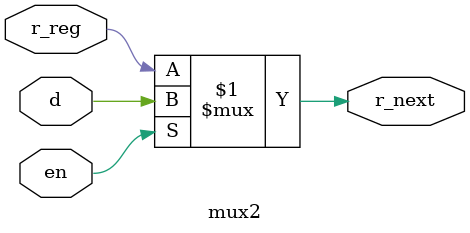
<source format=v>
`timescale 1ns / 1ps


module dff(clk, d, q);
input clk, d;
output reg q;
always @ (posedge clk)
begin
    q <= d;
end
endmodule

module dff2(clk, d, reset, q);
input clk, d, reset;
output reg q;
always @(posedge clk , reset)
begin
    if (reset)
        q <= 1'b0;
    else
        q <= d;
end
endmodule


module dff3(clk, d, reset, en, q);
input clk, d, reset, en;
output reg q;
always @ (posedge clk, reset)
begin
    if (reset)
        q <= 1'b0;
    else
    begin
        if (en)
            q <= d;
    end
end
endmodule


module dff4(clk, d, reset, en, q);
input clk, d, reset, en;
output reg q;
wire r_next, r_reg;
always @(posedge clk , reset)
begin
    if (reset)
        q <= 1'b0;
    else
        q <= r_next;
end
mux2 m1 (d, r_reg, en, r_next);
assign r_next = q;
endmodule

module mux2(d, r_reg, en, r_next);
input d, r_reg, en;
output r_next;
assign r_next = en?d:r_reg;
endmodule
//p86~p87 It doesn't work
</source>
